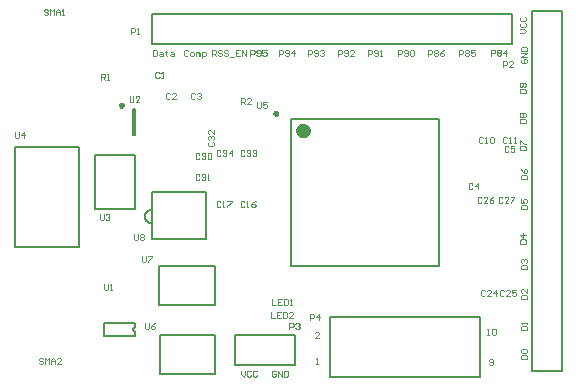
<source format=gto>
%FSTAX23Y23*%
%MOIN*%
%SFA1B1*%

%IPPOS*%
%ADD40C,0.007874*%
%ADD41C,0.009843*%
%ADD42C,0.023622*%
%ADD43C,0.004016*%
%ADD44C,0.003937*%
%LNfpga_radio-1*%
%LPD*%
G54D40*
X01612Y02067D02*
D01*
X0161Y02067*
X01609Y02067*
X01607Y02066*
X01606Y02065*
X01604Y02065*
X01603Y02064*
X01601Y02063*
X016Y02062*
X01599Y02061*
X01598Y0206*
X01597Y02059*
X01596Y02058*
X01595Y02056*
X01594Y02055*
X01593Y02053*
X01593Y02052*
X01592Y0205*
X01592Y02049*
X01592Y02047*
X01592Y02046*
X01592Y02044*
X01592Y02042*
X01592Y02041*
X01592Y02039*
X01593Y02038*
X01593Y02036*
X01594Y02035*
X01595Y02033*
X01595Y02032*
X01596Y02031*
X01597Y0203*
X01598Y02028*
X016Y02027*
X01601Y02026*
X01602Y02025*
X01603Y02025*
X01605Y02024*
X01606Y02023*
X01608Y02023*
X01609Y02022*
X01611Y02022*
X01612Y02022*
X01559Y01675D02*
D01*
X01558Y01675*
X01558Y01675*
X01557Y01675*
X01557Y01675*
X01556Y01675*
X01556Y01675*
X01556Y01674*
X01555Y01674*
X01555Y01674*
X01554Y01674*
X01554Y01673*
X01554Y01673*
X01554Y01673*
X01553Y01672*
X01553Y01672*
X01553Y01672*
X01553Y01671*
X01552Y01671*
X01552Y0167*
X01552Y0167*
X01552Y01669*
X01552Y01669*
Y01669*
X01552Y01668*
X01552Y01668*
X01552Y01667*
X01552Y01667*
X01553Y01666*
X01553Y01666*
X01553Y01666*
X01553Y01665*
X01554Y01665*
X01554Y01665*
X01554Y01664*
X01554Y01664*
X01555Y01664*
X01555Y01663*
X01556Y01663*
X01556Y01663*
X01556Y01663*
X01557Y01663*
X01557Y01663*
X01558Y01662*
X01558Y01662*
X01559Y01662*
X02207Y01511D02*
X02707D01*
X02207Y01711D02*
X02707D01*
X02207Y01511D02*
Y01711D01*
X02707Y01511D02*
Y01711D01*
X02091Y01548D02*
Y01648D01*
X01891Y01548D02*
X02091D01*
X01891D02*
Y01648D01*
X02091*
X01614Y02024D02*
Y02125D01*
Y0197D02*
Y0207D01*
Y0197D02*
X01795D01*
Y02125*
X01614D02*
X01795D01*
X01558Y02316D02*
Y02403D01*
X01551Y02316D02*
Y02403D01*
Y02316D02*
X01558D01*
X01551Y02403D02*
X01558D01*
X01158Y01942D02*
X01371D01*
Y02277*
X01158Y01942D02*
Y02277D01*
X01371*
X01456Y01691D02*
X01559D01*
X01456Y01647D02*
Y01691D01*
Y01647D02*
X01559D01*
Y01662*
Y01675D02*
Y01691D01*
X01558Y02071D02*
Y02251D01*
X01425D02*
X01558D01*
X01425Y02071D02*
Y02251D01*
Y02071D02*
X01558D01*
X02814Y02618D02*
Y02718D01*
X01614Y02618D02*
X02814D01*
X01614D02*
Y02718D01*
X01689*
X02814*
X02078Y01878D02*
X02571D01*
X02078Y02371D02*
X02571D01*
Y01878D02*
Y02371D01*
X02078Y01878D02*
Y02371D01*
X0288Y01531D02*
X0298D01*
X0288D02*
Y02731D01*
X0298*
Y02656D02*
Y02731D01*
Y01531D02*
Y02656D01*
X01639Y0175D02*
Y01879D01*
Y0175D02*
X01825D01*
Y01879*
X01639D02*
X01825D01*
X0164Y01519D02*
Y01649D01*
Y01519D02*
X01826D01*
Y01649*
X0164D02*
X01826D01*
G54D41*
X01517Y02416D02*
D01*
X01517Y02416*
X01517Y02416*
X01517Y02417*
X01517Y02417*
X01517Y02417*
X01517Y02418*
X01517Y02418*
X01516Y02418*
X01516Y02418*
X01516Y02419*
X01516Y02419*
X01515Y02419*
X01515Y02419*
X01515Y0242*
X01515Y0242*
X01514Y0242*
X01514Y0242*
X01514Y0242*
X01513Y0242*
X01513Y0242*
X01513Y0242*
X01512Y02421*
X01512*
X01512Y0242*
X01511Y0242*
X01511Y0242*
X01511Y0242*
X0151Y0242*
X0151Y0242*
X0151Y0242*
X01509Y0242*
X01509Y02419*
X01509Y02419*
X01509Y02419*
X01508Y02419*
X01508Y02418*
X01508Y02418*
X01508Y02418*
X01508Y02418*
X01508Y02417*
X01507Y02417*
X01507Y02417*
X01507Y02416*
X01507Y02416*
X01507Y02416*
X01507Y02415*
X01507Y02415*
X01507Y02415*
X01507Y02414*
X01508Y02414*
X01508Y02414*
X01508Y02413*
X01508Y02413*
X01508Y02413*
X01508Y02412*
X01509Y02412*
X01509Y02412*
X01509Y02412*
X01509Y02412*
X0151Y02411*
X0151Y02411*
X0151Y02411*
X01511Y02411*
X01511Y02411*
X01511Y02411*
X01512Y02411*
X01512Y02411*
X01512*
X01513Y02411*
X01513Y02411*
X01513Y02411*
X01514Y02411*
X01514Y02411*
X01514Y02411*
X01515Y02411*
X01515Y02412*
X01515Y02412*
X01515Y02412*
X01516Y02412*
X01516Y02412*
X01516Y02413*
X01516Y02413*
X01517Y02413*
X01517Y02414*
X01517Y02414*
X01517Y02414*
X01517Y02415*
X01517Y02415*
X01517Y02415*
X01517Y02416*
X02032Y02388D02*
D01*
X02032Y02389*
X02032Y02389*
X02032Y02389*
X02032Y0239*
X02032Y0239*
X02032Y0239*
X02032Y02391*
X02031Y02391*
X02031Y02391*
X02031Y02391*
X02031Y02392*
X02031Y02392*
X0203Y02392*
X0203Y02392*
X0203Y02393*
X02029Y02393*
X02029Y02393*
X02029Y02393*
X02028Y02393*
X02028Y02393*
X02028Y02393*
X02027Y02393*
X02027*
X02027Y02393*
X02026Y02393*
X02026Y02393*
X02026Y02393*
X02025Y02393*
X02025Y02393*
X02025Y02393*
X02025Y02392*
X02024Y02392*
X02024Y02392*
X02024Y02392*
X02023Y02391*
X02023Y02391*
X02023Y02391*
X02023Y02391*
X02023Y0239*
X02023Y0239*
X02023Y0239*
X02022Y02389*
X02022Y02389*
X02022Y02389*
X02022Y02388*
X02022Y02388*
X02022Y02388*
X02022Y02387*
X02023Y02387*
X02023Y02387*
X02023Y02386*
X02023Y02386*
X02023Y02386*
X02023Y02385*
X02023Y02385*
X02024Y02385*
X02024Y02385*
X02024Y02384*
X02025Y02384*
X02025Y02384*
X02025Y02384*
X02025Y02384*
X02026Y02384*
X02026Y02384*
X02026Y02383*
X02027Y02383*
X02027Y02383*
X02027*
X02028Y02383*
X02028Y02383*
X02028Y02384*
X02029Y02384*
X02029Y02384*
X02029Y02384*
X0203Y02384*
X0203Y02384*
X0203Y02384*
X02031Y02385*
X02031Y02385*
X02031Y02385*
X02031Y02385*
X02031Y02386*
X02032Y02386*
X02032Y02386*
X02032Y02387*
X02032Y02387*
X02032Y02387*
X02032Y02388*
X02032Y02388*
X02032Y02388*
G54D42*
X0213Y02331D02*
D01*
X0213Y02332*
X0213Y02333*
X02129Y02334*
X02129Y02334*
X02129Y02335*
X02129Y02336*
X02128Y02337*
X02128Y02337*
X02127Y02338*
X02127Y02339*
X02126Y02339*
X02126Y0234*
X02125Y02341*
X02124Y02341*
X02124Y02341*
X02123Y02342*
X02122Y02342*
X02121Y02342*
X02121Y02343*
X0212Y02343*
X02119Y02343*
X02118Y02343*
X02117*
X02117Y02343*
X02116Y02343*
X02115Y02343*
X02114Y02342*
X02113Y02342*
X02113Y02342*
X02112Y02341*
X02111Y02341*
X02111Y02341*
X0211Y0234*
X02109Y02339*
X02109Y02339*
X02108Y02338*
X02108Y02337*
X02107Y02337*
X02107Y02336*
X02107Y02335*
X02106Y02334*
X02106Y02334*
X02106Y02333*
X02106Y02332*
X02106Y02331*
X02106Y0233*
X02106Y0233*
X02106Y02329*
X02106Y02328*
X02107Y02327*
X02107Y02326*
X02107Y02326*
X02108Y02325*
X02108Y02324*
X02109Y02324*
X02109Y02323*
X0211Y02322*
X02111Y02322*
X02111Y02321*
X02112Y02321*
X02113Y02321*
X02113Y0232*
X02114Y0232*
X02115Y0232*
X02116Y0232*
X02117Y02319*
X02117Y02319*
X02118*
X02119Y02319*
X0212Y0232*
X02121Y0232*
X02121Y0232*
X02122Y0232*
X02123Y02321*
X02124Y02321*
X02124Y02321*
X02125Y02322*
X02126Y02322*
X02126Y02323*
X02127Y02324*
X02127Y02324*
X02128Y02325*
X02128Y02326*
X02129Y02326*
X02129Y02327*
X02129Y02328*
X02129Y02329*
X0213Y0233*
X0213Y0233*
X0213Y02331*
G54D43*
X01758Y02452D02*
X01755Y02456D01*
X01748*
X01745Y02452*
Y02439*
X01748Y02436*
X01755*
X01758Y02439*
X01765Y02452D02*
X01768Y02456D01*
X01775*
X01778Y02452*
Y02449*
X01775Y02446*
X01771*
X01775*
X01778Y02442*
Y02439*
X01775Y02436*
X01768*
X01765Y02439*
X01675Y02454D02*
X01672Y02457D01*
X01665*
X01662Y02454*
Y02441*
X01665Y02437*
X01672*
X01675Y02441*
X01695Y02437D02*
X01682D01*
X01695Y02451*
Y02454*
X01692Y02457*
X01685*
X01682Y02454*
X02011Y01726D02*
Y01706D01*
X02025*
X02045Y01726D02*
X02031D01*
Y01706*
X02045*
X02031Y01716D02*
X02038D01*
X02051Y01726D02*
Y01706D01*
X02061*
X02065Y0171*
Y01723*
X02061Y01726*
X02051*
X02085Y01706D02*
X02071D01*
X02085Y0172*
Y01723*
X02081Y01726*
X02075*
X02071Y01723*
X02015Y0177D02*
Y0175D01*
X02029*
X02049Y0177D02*
X02035D01*
Y0175*
X02049*
X02035Y0176D02*
X02042D01*
X02055Y0177D02*
Y0175D01*
X02065*
X02069Y01754*
Y01767*
X02065Y0177*
X02055*
X02075Y0175D02*
X02082D01*
X02079*
Y0177*
X02075Y01767*
X02142Y01699D02*
Y01719D01*
X02152*
X02156Y01716*
Y01709*
X02152Y01706*
X02142*
X02172Y01699D02*
Y01719D01*
X02162Y01709*
X02176*
X02731Y01651D02*
X02737D01*
X02734*
Y01671*
X02731Y01668*
X02747D02*
X02751Y01671D01*
X02757*
X02761Y01668*
Y01654*
X02757Y01651*
X02751*
X02747Y01654*
Y01668*
X02738Y01553D02*
X02741Y0155D01*
X02748*
X02751Y01553*
Y01566*
X02748Y0157*
X02741*
X02738Y01566*
Y01563*
X02741Y0156*
X02751*
X02162Y01553D02*
X02169D01*
X02165*
Y01573*
X02162Y01569*
X02171Y01641D02*
X02157D01*
X02171Y01654*
Y01657*
X02167Y01661*
X02161*
X02157Y01657*
X0125Y0157D02*
X01247Y01574D01*
X0124*
X01237Y0157*
Y01567*
X0124Y01564*
X01247*
X0125Y0156*
Y01557*
X01247Y01554*
X0124*
X01237Y01557*
X01257Y01554D02*
Y01574D01*
X01264Y01567*
X0127Y01574*
Y01554*
X01277D02*
Y01567D01*
X01284Y01574*
X0129Y01567*
Y01554*
Y01564*
X01277*
X0131Y01554D02*
X01297D01*
X0131Y01567*
Y0157*
X01307Y01574*
X013*
X01297Y0157*
X01843Y02261D02*
X0184Y02265D01*
X01833*
X0183Y02261*
Y02248*
X01833Y02245*
X0184*
X01843Y02248*
X0185Y02261D02*
X01853Y02265D01*
X0186*
X01863Y02261*
Y02258*
X0186Y02255*
X01856*
X0186*
X01863Y02251*
Y02248*
X0186Y02245*
X01853*
X0185Y02248*
X0188Y02245D02*
Y02265D01*
X0187Y02255*
X01883*
X01923Y02261D02*
X0192Y02265D01*
X01913*
X0191Y02261*
Y02248*
X01913Y02245*
X0192*
X01923Y02248*
X0193Y02261D02*
X01933Y02265D01*
X0194*
X01943Y02261*
Y02258*
X0194Y02255*
X01936*
X0194*
X01943Y02251*
Y02248*
X0194Y02245*
X01933*
X0193Y02248*
X0195Y02261D02*
X01953Y02265D01*
X0196*
X01963Y02261*
Y02258*
X0196Y02255*
X01956*
X0196*
X01963Y02251*
Y02248*
X0196Y02245*
X01953*
X0195Y02248*
X01555Y01985D02*
Y01968D01*
X01558Y01965*
X01565*
X01568Y01968*
Y01985*
X01575Y01982D02*
X01578Y01985D01*
X01585*
X01588Y01982*
Y01978*
X01585Y01975*
X01588Y01972*
Y01968*
X01585Y01965*
X01578*
X01575Y01968*
Y01972*
X01578Y01975*
X01575Y01978*
Y01982*
X01578Y01975D02*
X01585D01*
X01158Y02325D02*
Y02308D01*
X01162Y02305*
X01168*
X01172Y02308*
Y02325*
X01188Y02305D02*
Y02325D01*
X01178Y02315*
X01192*
X0154Y02445D02*
Y02428D01*
X01543Y02425*
X0155*
X01553Y02428*
Y02445*
X01573Y02425D02*
X0156D01*
X01573Y02438*
Y02441*
X0157Y02445*
X01563*
X0156Y02441*
X01456Y0182D02*
Y01803D01*
X01459Y018*
X01466*
X01469Y01803*
Y0182*
X01476Y018D02*
X01482D01*
X01479*
Y0182*
X01476Y01816*
X01268Y02731D02*
X01265Y02735D01*
X01258*
X01255Y02731*
Y02728*
X01258Y02725*
X01265*
X01268Y02721*
Y02718*
X01265Y02715*
X01258*
X01255Y02718*
X01275Y02715D02*
Y02735D01*
X01281Y02728*
X01288Y02735*
Y02715*
X01295D02*
Y02728D01*
X01301Y02735*
X01308Y02728*
Y02715*
Y02725*
X01295*
X01315Y02715D02*
X01321D01*
X01318*
Y02735*
X01315Y02731*
X01912Y0242D02*
Y0244D01*
X01922*
X01925Y02436*
Y0243*
X01922Y02426*
X01912*
X01919D02*
X01925Y0242D01*
X01945D02*
X01932D01*
X01945Y02433*
Y02436*
X01942Y0244*
X01935*
X01932Y02436*
X01445Y02501D02*
Y02521D01*
X01455*
X01459Y02518*
Y02511*
X01455Y02508*
X01445*
X01452D02*
X01459Y02501D01*
X01465D02*
X01472D01*
X01469*
Y02521*
X01465Y02518*
X02073Y01669D02*
Y01689D01*
X02083*
X02087Y01685*
Y01679*
X02083Y01675*
X02073*
X02093Y01685D02*
X02097Y01689D01*
X02103*
X02107Y01685*
Y01682*
X02103Y01679*
X021*
X02103*
X02107Y01675*
Y01672*
X02103Y01669*
X02097*
X02093Y01672*
X01806Y02294D02*
X01803Y02291D01*
Y02284*
X01806Y02281*
X01819*
X01823Y02284*
Y02291*
X01819Y02294*
X01806Y02301D02*
X01803Y02304D01*
Y02311*
X01806Y02314*
X01809*
X01813Y02311*
Y02307*
Y02311*
X01816Y02314*
X01819*
X01823Y02311*
Y02304*
X01819Y02301*
X01823Y02334D02*
Y02321D01*
X01809Y02334*
X01806*
X01803Y02331*
Y02324*
X01806Y02321*
X01773Y02181D02*
X0177Y02185D01*
X01763*
X0176Y02181*
Y02168*
X01763Y02165*
X0177*
X01773Y02168*
X0178Y02181D02*
X01783Y02185D01*
X0179*
X01793Y02181*
Y02178*
X0179Y02175*
X01786*
X0179*
X01793Y02171*
Y02168*
X0179Y02165*
X01783*
X0178Y02168*
X018Y02165D02*
X01806D01*
X01803*
Y02185*
X018Y02181*
X01773Y02251D02*
X0177Y02255D01*
X01763*
X0176Y02251*
Y02238*
X01763Y02235*
X0177*
X01773Y02238*
X0178Y02251D02*
X01783Y02255D01*
X0179*
X01793Y02251*
Y02248*
X0179Y02245*
X01786*
X0179*
X01793Y02241*
Y02238*
X0179Y02235*
X01783*
X0178Y02238*
X018Y02251D02*
X01803Y02255D01*
X0181*
X01813Y02251*
Y02238*
X0181Y02235*
X01803*
X018Y02238*
Y02251*
X02783Y02106D02*
X0278Y0211D01*
X02773*
X0277Y02106*
Y02093*
X02773Y0209*
X0278*
X02783Y02093*
X02803Y0209D02*
X0279D01*
X02803Y02103*
Y02106*
X028Y0211*
X02793*
X0279Y02106*
X0281Y0211D02*
X02823D01*
Y02106*
X0281Y02093*
Y0209*
X02713Y02106D02*
X0271Y0211D01*
X02703*
X027Y02106*
Y02093*
X02703Y0209*
X0271*
X02713Y02093*
X02733Y0209D02*
X0272D01*
X02733Y02103*
Y02106*
X0273Y0211*
X02723*
X0272Y02106*
X02753Y0211D02*
X02746Y02106D01*
X0274Y021*
Y02093*
X02743Y0209*
X0275*
X02753Y02093*
Y02096*
X0275Y021*
X0274*
X02788Y01796D02*
X02785Y018D01*
X02778*
X02775Y01796*
Y01783*
X02778Y0178*
X02785*
X02788Y01783*
X02808Y0178D02*
X02795D01*
X02808Y01793*
Y01796*
X02805Y018*
X02798*
X02795Y01796*
X02828Y018D02*
X02815D01*
Y0179*
X02821Y01793*
X02825*
X02828Y0179*
Y01783*
X02825Y0178*
X02818*
X02815Y01783*
X02724Y01797D02*
X02721Y018D01*
X02714*
X02711Y01797*
Y01783*
X02714Y0178*
X02721*
X02724Y01783*
X02744Y0178D02*
X02731D01*
X02744Y01793*
Y01797*
X02741Y018*
X02734*
X02731Y01797*
X02761Y0178D02*
Y018D01*
X02751Y0179*
X02764*
X01843Y02093D02*
X0184Y02097D01*
X01833*
X0183Y02093*
Y0208*
X01833Y02077*
X0184*
X01843Y0208*
X0185Y02077D02*
X01856D01*
X01853*
Y02097*
X0185Y02093*
X01866Y02097D02*
X0188D01*
Y02093*
X01866Y0208*
Y02077*
X01923Y02093D02*
X0192Y02097D01*
X01913*
X0191Y02093*
Y0208*
X01913Y02077*
X0192*
X01923Y0208*
X0193Y02077D02*
X01936D01*
X01933*
Y02097*
X0193Y02093*
X0196Y02097D02*
X01953Y02093D01*
X01946Y02087*
Y0208*
X0195Y02077*
X01956*
X0196Y0208*
Y02083*
X01956Y02087*
X01946*
X02798Y02306D02*
X02795Y0231D01*
X02788*
X02785Y02306*
Y02293*
X02788Y0229*
X02795*
X02798Y02293*
X02805Y0229D02*
X02811D01*
X02808*
Y0231*
X02805Y02306*
X02821Y0229D02*
X02828D01*
X02825*
Y0231*
X02821Y02306*
X02718D02*
X02715Y0231D01*
X02708*
X02705Y02306*
Y02293*
X02708Y0229*
X02715*
X02718Y02293*
X02725Y0229D02*
X02731D01*
X02728*
Y0231*
X02725Y02306*
X02741D02*
X02745Y0231D01*
X02751*
X02755Y02306*
Y02293*
X02751Y0229*
X02745*
X02741Y02293*
Y02306*
X02803Y02276D02*
X028Y0228D01*
X02793*
X0279Y02276*
Y02263*
X02793Y0226*
X028*
X02803Y02263*
X02823Y0228D02*
X0281D01*
Y0227*
X02816Y02273*
X0282*
X02823Y0227*
Y02263*
X0282Y0226*
X02813*
X0281Y02263*
X02683Y02151D02*
X0268Y02155D01*
X02673*
X0267Y02151*
Y02138*
X02673Y02135*
X0268*
X02683Y02138*
X027Y02135D02*
Y02155D01*
X0269Y02145*
X02703*
X0164Y02522D02*
X01636Y02525D01*
X0163*
X01626Y02522*
Y02509*
X0163Y02505*
X01636*
X0164Y02509*
X01646Y02505D02*
X01653D01*
X0165*
Y02525*
X01646Y02522*
X01966Y02427D02*
Y0241D01*
X01969Y02407*
X01976*
X01979Y0241*
Y02427*
X01999D02*
X01986D01*
Y02417*
X01993Y0242*
X01996*
X01999Y02417*
Y0241*
X01996Y02407*
X01989*
X01986Y0241*
X02845Y0157D02*
X02865D01*
Y0158*
X02861Y01583*
X02848*
X02845Y0158*
Y0157*
X02848Y0159D02*
X02845Y01593D01*
Y016*
X02848Y01603*
X02861*
X02865Y016*
Y01593*
X02861Y0159*
X02848*
X02845Y01665D02*
X02865D01*
Y01675*
X02861Y01678*
X02848*
X02845Y01675*
Y01665*
X02865Y01685D02*
Y01691D01*
Y01688*
X02845*
X02848Y01685*
X02845Y0177D02*
X02865D01*
Y0178*
X02861Y01783*
X02848*
X02845Y0178*
Y0177*
X02865Y01803D02*
Y0179D01*
X02851Y01803*
X02848*
X02845Y018*
Y01793*
X02848Y0179*
X02845Y0187D02*
X02865D01*
Y0188*
X02861Y01883*
X02848*
X02845Y0188*
Y0187*
X02848Y0189D02*
X02845Y01893D01*
Y019*
X02848Y01903*
X02851*
X02855Y019*
Y01896*
Y019*
X02858Y01903*
X02861*
X02865Y019*
Y01893*
X02861Y0189*
X02841Y01954D02*
X02861D01*
Y01964*
X02857Y01968*
X02844*
X02841Y01964*
Y01954*
X02861Y01984D02*
X02841D01*
X02851Y01974*
Y01988*
X02845Y0207D02*
X02865D01*
Y0208*
X02861Y02083*
X02848*
X02845Y0208*
Y0207*
Y02103D02*
Y0209D01*
X02855*
X02851Y02096*
Y021*
X02855Y02103*
X02861*
X02865Y021*
Y02093*
X02861Y0209*
X02845Y0217D02*
X02865D01*
Y0218*
X02861Y02183*
X02848*
X02845Y0218*
Y0217*
Y02203D02*
X02848Y02196D01*
X02855Y0219*
X02861*
X02865Y02193*
Y022*
X02861Y02203*
X02858*
X02855Y022*
Y0219*
X0284Y02265D02*
X0286D01*
Y02275*
X02856Y02278*
X02843*
X0284Y02275*
Y02265*
Y02285D02*
Y02298D01*
X02843*
X02856Y02285*
X0286*
X0284Y02357D02*
X0286D01*
Y02367*
X02857Y0237*
X02843*
X0284Y02367*
Y02357*
X02843Y02377D02*
X0284Y0238D01*
Y02387*
X02843Y0239*
X02847*
X0285Y02387*
X02853Y0239*
X02857*
X0286Y02387*
Y0238*
X02857Y02377*
X02853*
X0285Y0238*
X02847Y02377*
X02843*
X0285Y0238D02*
Y02387D01*
X0284Y02455D02*
X0286D01*
Y02465*
X02856Y02468*
X02843*
X0284Y02465*
Y02455*
X02856Y02475D02*
X0286Y02478D01*
Y02485*
X02856Y02488*
X02843*
X0284Y02485*
Y02478*
X02843Y02475*
X02846*
X0285Y02478*
Y02488*
X02848Y02568D02*
X02845Y02565D01*
Y02558*
X02848Y02555*
X02861*
X02865Y02558*
Y02565*
X02861Y02568*
X02855*
Y02561*
X02865Y02575D02*
X02845D01*
X02865Y02588*
X02845*
Y02595D02*
X02865D01*
Y02605*
X02861Y02608*
X02848*
X02845Y02605*
Y02595*
X02843Y02657D02*
X02856D01*
X02863Y02664*
X02856Y0267*
X02843*
X02846Y0269D02*
X02843Y02687D01*
Y0268*
X02846Y02677*
X02859*
X02863Y0268*
Y02687*
X02859Y0269*
X02846Y0271D02*
X02843Y02707D01*
Y027*
X02846Y02697*
X02859*
X02863Y027*
Y02707*
X02859Y0271*
X01913Y01531D02*
Y01518D01*
X0192Y01511*
X01926Y01518*
Y01531*
X01946Y01528D02*
X01943Y01531D01*
X01936*
X01933Y01528*
Y01515*
X01936Y01511*
X01943*
X01946Y01515*
X01966Y01528D02*
X01963Y01531D01*
X01956*
X01953Y01528*
Y01515*
X01956Y01511*
X01963*
X01966Y01515*
X02028Y01528D02*
X02024Y01531D01*
X02018*
X02014Y01528*
Y01515*
X02018Y01511*
X02024*
X02028Y01515*
Y01521*
X02021*
X02034Y01511D02*
Y01531D01*
X02048Y01511*
Y01531*
X02054D02*
Y01511D01*
X02064*
X02068Y01515*
Y01528*
X02064Y01531*
X02054*
X01619Y02599D02*
Y02579D01*
X01629*
X01632Y02583*
Y02596*
X01629Y02599*
X01619*
X01642Y02593D02*
X01649D01*
X01652Y02589*
Y02579*
X01642*
X01639Y02583*
X01642Y02586*
X01652*
X01662Y02596D02*
Y02593D01*
X01659*
X01665*
X01662*
Y02583*
X01665Y02579*
X01679Y02593D02*
X01685D01*
X01689Y02589*
Y02579*
X01679*
X01675Y02583*
X01679Y02586*
X01689*
X01736Y02596D02*
X01733Y02599D01*
X01726*
X01723Y02596*
Y02583*
X01726Y02579*
X01733*
X01736Y02583*
X01746Y02579D02*
X01753D01*
X01756Y02583*
Y02589*
X01753Y02593*
X01746*
X01743Y02589*
Y02583*
X01746Y02579*
X01763D02*
Y02593D01*
X01766*
X0177Y02589*
Y02579*
Y02589*
X01773Y02593*
X01776Y02589*
Y02579*
X01783Y02573D02*
Y02593D01*
X01793*
X01796Y02589*
Y02583*
X01793Y02579*
X01783*
X01815D02*
Y02599D01*
X01825*
X01829Y02596*
Y02589*
X01825Y02586*
X01815*
X01822D02*
X01829Y02579D01*
X01849Y02596D02*
X01845Y02599D01*
X01839*
X01835Y02596*
Y02593*
X01839Y02589*
X01845*
X01849Y02586*
Y02583*
X01845Y02579*
X01839*
X01835Y02583*
X01869Y02596D02*
X01865Y02599D01*
X01859*
X01855Y02596*
Y02593*
X01859Y02589*
X01865*
X01869Y02586*
Y02583*
X01865Y02579*
X01859*
X01855Y02583*
X01875Y02576D02*
X01889D01*
X01909Y02599D02*
X01895D01*
Y02579*
X01909*
X01895Y02589D02*
X01902D01*
X01915Y02579D02*
Y02599D01*
X01929Y02579*
Y02599*
X01943Y02578D02*
Y02598D01*
X01953*
X01957Y02595*
Y02588*
X01953Y02585*
X01943*
X01963Y02582D02*
X01967Y02578D01*
X01973*
X01977Y02582*
Y02595*
X01973Y02598*
X01967*
X01963Y02595*
Y02592*
X01967Y02588*
X01977*
X01997Y02598D02*
X01983D01*
Y02588*
X0199Y02592*
X01993*
X01997Y02588*
Y02582*
X01993Y02578*
X01987*
X01983Y02582*
X02038Y02579D02*
Y02599D01*
X02048*
X02051Y02596*
Y02589*
X02048Y02586*
X02038*
X02058Y02583D02*
X02061Y02579D01*
X02068*
X02071Y02583*
Y02596*
X02068Y02599*
X02061*
X02058Y02596*
Y02593*
X02061Y02589*
X02071*
X02088Y02579D02*
Y02599D01*
X02078Y02589*
X02091*
X02135Y02578D02*
Y02598D01*
X02145*
X02149Y02595*
Y02588*
X02145Y02585*
X02135*
X02155Y02582D02*
X02159Y02578D01*
X02165*
X02169Y02582*
Y02595*
X02165Y02598*
X02159*
X02155Y02595*
Y02592*
X02159Y02588*
X02169*
X02175Y02595D02*
X02179Y02598D01*
X02185*
X02189Y02595*
Y02592*
X02185Y02588*
X02182*
X02185*
X02189Y02585*
Y02582*
X02185Y02578*
X02179*
X02175Y02582*
X02234Y02578D02*
Y02598D01*
X02244*
X02247Y02595*
Y02588*
X02244Y02585*
X02234*
X02254Y02582D02*
X02257Y02578D01*
X02264*
X02267Y02582*
Y02595*
X02264Y02598*
X02257*
X02254Y02595*
Y02592*
X02257Y02588*
X02267*
X02287Y02578D02*
X02274D01*
X02287Y02592*
Y02595*
X02284Y02598*
X02277*
X02274Y02595*
X02335Y02579D02*
Y02599D01*
X02345*
X02348Y02596*
Y02589*
X02345Y02586*
X02335*
X02355Y02583D02*
X02358Y02579D01*
X02365*
X02368Y02583*
Y02596*
X02365Y02599*
X02358*
X02355Y02596*
Y02593*
X02358Y02589*
X02368*
X02375Y02579D02*
X02382D01*
X02378*
Y02599*
X02375Y02596*
X02435Y0258D02*
Y026D01*
X02445*
X02448Y02597*
Y0259*
X02445Y02587*
X02435*
X02455Y02584D02*
X02458Y0258D01*
X02465*
X02468Y02584*
Y02597*
X02465Y026*
X02458*
X02455Y02597*
Y02594*
X02458Y0259*
X02468*
X02475Y02597D02*
X02478Y026D01*
X02485*
X02488Y02597*
Y02584*
X02485Y0258*
X02478*
X02475Y02584*
Y02597*
X02536Y0258D02*
Y026D01*
X02546*
X02549Y02597*
Y0259*
X02546Y02587*
X02536*
X02556Y02597D02*
X02559Y026D01*
X02566*
X02569Y02597*
Y02594*
X02566Y0259*
X02569Y02587*
Y02584*
X02566Y0258*
X02559*
X02556Y02584*
Y02587*
X02559Y0259*
X02556Y02594*
Y02597*
X02559Y0259D02*
X02566D01*
X02589Y026D02*
X02583Y02597D01*
X02576Y0259*
Y02584*
X02579Y0258*
X02586*
X02589Y02584*
Y02587*
X02586Y0259*
X02576*
X02639Y0258D02*
Y026D01*
X02649*
X02653Y02597*
Y0259*
X02649Y02587*
X02639*
X02659Y02597D02*
X02663Y026D01*
X02669*
X02673Y02597*
Y02594*
X02669Y0259*
X02673Y02587*
Y02584*
X02669Y0258*
X02663*
X02659Y02584*
Y02587*
X02663Y0259*
X02659Y02594*
Y02597*
X02663Y0259D02*
X02669D01*
X02693Y026D02*
X02679D01*
Y0259*
X02686Y02594*
X02689*
X02693Y0259*
Y02584*
X02689Y0258*
X02683*
X02679Y02584*
X02744Y02581D02*
Y02601D01*
X02754*
X02757Y02598*
Y02591*
X02754Y02588*
X02744*
X02764Y02598D02*
X02767Y02601D01*
X02774*
X02777Y02598*
Y02595*
X02774Y02591*
X02777Y02588*
Y02585*
X02774Y02581*
X02767*
X02764Y02585*
Y02588*
X02767Y02591*
X02764Y02595*
Y02598*
X02767Y02591D02*
X02774D01*
X02794Y02581D02*
Y02601D01*
X02784Y02591*
X02797*
G54D44*
X0144Y02052D02*
Y02035D01*
X01444Y02032*
X0145*
X01454Y02035*
Y02052*
X0146Y02048D02*
X01463Y02052D01*
X0147*
X01473Y02048*
Y02045*
X0147Y02042*
X01467*
X0147*
X01473Y02039*
Y02035*
X0147Y02032*
X01463*
X0146Y02035*
X01591Y0169D02*
Y01674D01*
X01594Y01671*
X01601*
X01604Y01674*
Y0169*
X01624D02*
X01617Y01687D01*
X01611Y01681*
Y01674*
X01614Y01671*
X01621*
X01624Y01674*
Y01677*
X01621Y01681*
X01611*
X01581Y01912D02*
Y01895D01*
X01584Y01892*
X01591*
X01594Y01895*
Y01912*
X01601D02*
X01614D01*
Y01909*
X01601Y01895*
Y01892*
X01545Y02653D02*
Y02673D01*
X01555*
X01558Y02669*
Y02663*
X01555Y0266*
X01545*
X01564Y02653D02*
X01571D01*
X01568*
Y02673*
X01564Y02669*
X02786Y02543D02*
Y02562D01*
X02796*
X02799Y02559*
Y02553*
X02796Y02549*
X02786*
X02819Y02543D02*
X02806D01*
X02819Y02556*
Y02559*
X02815Y02562*
X02809*
X02806Y02559*
M02*
</source>
